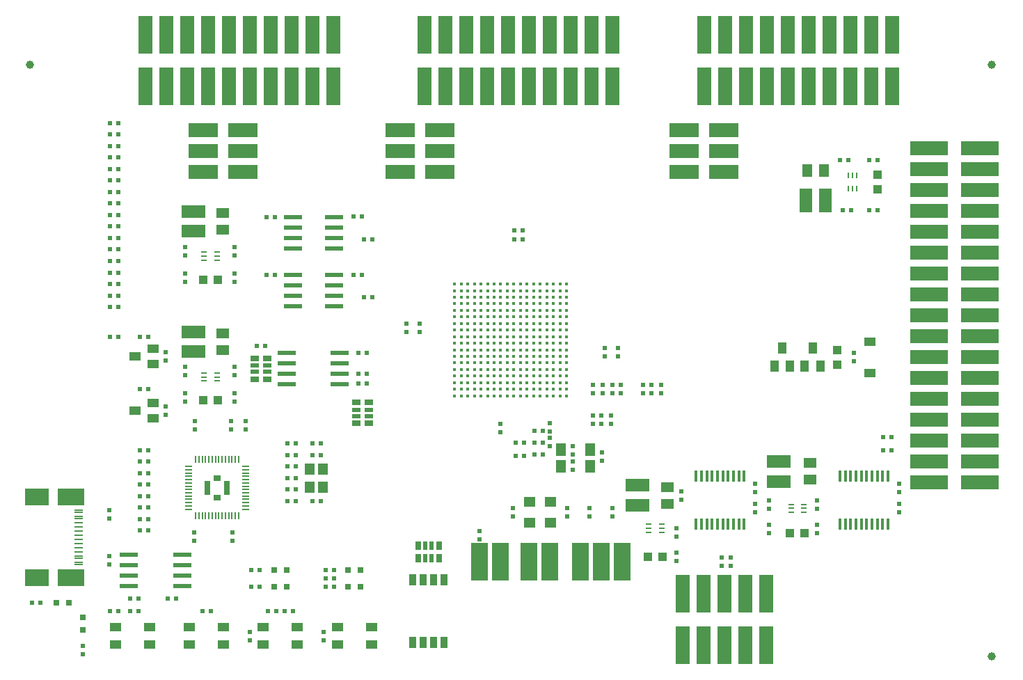
<source format=gbr>
%TF.GenerationSoftware,KiCad,Pcbnew,7.0.11-7.0.11~ubuntu22.04.1*%
%TF.CreationDate,2024-03-11T16:24:11+02:00*%
%TF.ProjectId,GateMateA1-EVB_Rev_B,47617465-4d61-4746-9541-312d4556425f,B*%
%TF.SameCoordinates,PX5f5e100PY7bfa480*%
%TF.FileFunction,Paste,Top*%
%TF.FilePolarity,Positive*%
%FSLAX46Y46*%
G04 Gerber Fmt 4.6, Leading zero omitted, Abs format (unit mm)*
G04 Created by KiCad (PCBNEW 7.0.11-7.0.11~ubuntu22.04.1) date 2024-03-11 16:24:11*
%MOMM*%
%LPD*%
G01*
G04 APERTURE LIST*
G04 Aperture macros list*
%AMOutline4P*
0 Free polygon, 4 corners , with rotation*
0 The origin of the aperture is its center*
0 number of corners: always 4*
0 $1 to $8 corner X, Y*
0 $9 Rotation angle, in degrees counterclockwise*
0 create outline with 4 corners*
4,1,4,$1,$2,$3,$4,$5,$6,$7,$8,$1,$2,$9*%
G04 Aperture macros list end*
%ADD10R,0.500000X0.550000*%
%ADD11R,0.550000X0.500000*%
%ADD12R,3.556000X1.778000*%
%ADD13R,3.000000X1.600000*%
%ADD14R,3.200000X2.100000*%
%ADD15R,3.000000X2.100000*%
%ADD16R,2.200000X1.100000*%
%ADD17R,2.000000X1.100000*%
%ADD18R,1.130000X0.280000*%
%ADD19R,1.130000X0.230000*%
%ADD20R,4.550000X1.700000*%
%ADD21R,1.700000X4.550000*%
%ADD22R,2.200000X0.600000*%
%ADD23R,0.960000X1.470000*%
%ADD24R,0.750000X0.230000*%
%ADD25R,1.016000X1.016000*%
%ADD26C,1.000000*%
%ADD27R,1.524000X1.270000*%
%ADD28R,1.400000X1.000000*%
%ADD29R,0.800000X0.800000*%
%ADD30Outline4P,-0.850000X-2.275000X0.850000X-2.275000X0.850000X2.275000X-0.850000X2.275000X180.000000*%
%ADD31R,1.016000X0.762000*%
%ADD32R,1.016000X0.508000*%
%ADD33R,2.032000X4.572000*%
%ADD34R,1.270000X1.524000*%
%ADD35R,0.762000X1.016000*%
%ADD36R,0.508000X1.016000*%
%ADD37R,0.886000X0.211000*%
%ADD38R,0.211000X0.886000*%
%ADD39R,0.800000X1.700000*%
%ADD40R,0.949200X0.800000*%
%ADD41R,0.230000X0.750000*%
%ADD42R,0.420000X0.420000*%
%ADD43R,0.350000X1.400000*%
%ADD44R,1.200000X1.400000*%
%ADD45R,1.000000X1.400000*%
%ADD46R,1.600000X3.000000*%
%ADD47R,1.400000X1.200000*%
G04 APERTURE END LIST*
D10*
X11292000Y7000000D03*
X12308000Y7000000D03*
X77100000Y34500000D03*
X76084000Y34500000D03*
D11*
X26200000Y16608000D03*
X26200000Y15592000D03*
D12*
X27413000Y65540000D03*
X22587000Y65540000D03*
X27413000Y63000000D03*
X22587000Y63000000D03*
X27413000Y60460000D03*
X22587000Y60460000D03*
D13*
X92600000Y22800000D03*
X92600000Y25200000D03*
D14*
X6530000Y11072400D03*
X6530000Y20927600D03*
D15*
X2350000Y11072400D03*
X2350000Y20927600D03*
D16*
X6530000Y11072400D03*
X6530000Y20927600D03*
D17*
X2350000Y11072400D03*
X2350000Y20927600D03*
D18*
X7432000Y19325000D03*
X7432000Y18525000D03*
D19*
X7432000Y17250000D03*
X7432000Y16250000D03*
X7432000Y15750000D03*
X7432000Y14750000D03*
D18*
X7432000Y13475000D03*
X7432000Y12675000D03*
X7432000Y12925000D03*
X7432000Y13725000D03*
D19*
X7432000Y14250000D03*
X7432000Y15250000D03*
X7432000Y16750000D03*
X7432000Y17750000D03*
D18*
X7432000Y18275000D03*
X7432000Y19075000D03*
D20*
X117125000Y63320000D03*
X110875000Y63320000D03*
X117125000Y60780000D03*
X110875000Y60780000D03*
X117125000Y58240000D03*
X110875000Y58240000D03*
X117125000Y55700000D03*
X110875000Y55700000D03*
X117125000Y53160000D03*
X110875000Y53160000D03*
X117125000Y50620000D03*
X110875000Y50620000D03*
X117125000Y48080000D03*
X110875000Y48080000D03*
X117125000Y45540000D03*
X110875000Y45540000D03*
X117125000Y43000000D03*
X110875000Y43000000D03*
X117125000Y40460000D03*
X110875000Y40460000D03*
X117125000Y37920000D03*
X110875000Y37920000D03*
X117125000Y35380000D03*
X110875000Y35380000D03*
X117125000Y32840000D03*
X110875000Y32840000D03*
X117125000Y30300000D03*
X110875000Y30300000D03*
X117125000Y27760000D03*
X110875000Y27760000D03*
X117125000Y25220000D03*
X110875000Y25220000D03*
X117125000Y22680000D03*
X110875000Y22680000D03*
D21*
X15570000Y77125000D03*
X15570000Y70875000D03*
X18110000Y77125000D03*
X18110000Y70875000D03*
X20650000Y77125000D03*
X20650000Y70875000D03*
X23190000Y77125000D03*
X23190000Y70875000D03*
X25730000Y77125000D03*
X25730000Y70875000D03*
X28270000Y77125000D03*
X28270000Y70875000D03*
X30810000Y77125000D03*
X30810000Y70875000D03*
X33350000Y77125000D03*
X33350000Y70875000D03*
X35890000Y77125000D03*
X35890000Y70875000D03*
X38430000Y77125000D03*
X38430000Y70875000D03*
X83570000Y77125000D03*
X83570000Y70875000D03*
X86110000Y77125000D03*
X86110000Y70875000D03*
X88650000Y77125000D03*
X88650000Y70875000D03*
X91190000Y77125000D03*
X91190000Y70875000D03*
X93730000Y77125000D03*
X93730000Y70875000D03*
X96270000Y77125000D03*
X96270000Y70875000D03*
X98810000Y77125000D03*
X98810000Y70875000D03*
X101350000Y77125000D03*
X101350000Y70875000D03*
X103890000Y77125000D03*
X103890000Y70875000D03*
X106430000Y77125000D03*
X106430000Y70875000D03*
D22*
X20035000Y10095000D03*
X20035000Y11365000D03*
X20035000Y12635000D03*
X20035000Y13905000D03*
X13565000Y13905000D03*
X13565000Y12635000D03*
X13565000Y11365000D03*
X13565000Y10095000D03*
D10*
X41908000Y55000000D03*
X40892000Y55000000D03*
D23*
X48095000Y10810000D03*
X48095000Y3190000D03*
X49365000Y10810000D03*
X49365000Y3190000D03*
X50635000Y10810000D03*
X50635000Y3190000D03*
X51905000Y10810000D03*
X51905000Y3190000D03*
D10*
X62892000Y28900000D03*
X63908000Y28900000D03*
D24*
X95675000Y19000000D03*
X95675000Y19500000D03*
X95675000Y20000000D03*
X94125000Y19000000D03*
X94125000Y19500000D03*
X94125000Y20000000D03*
D10*
X37492000Y11000000D03*
X38508000Y11000000D03*
D22*
X33500000Y54905000D03*
X33500000Y53635000D03*
X33500000Y52365000D03*
X33500000Y51095000D03*
X38500000Y51095000D03*
X38500000Y52365000D03*
X38500000Y53635000D03*
X38500000Y54905000D03*
D10*
X11292000Y44000000D03*
X12308000Y44000000D03*
X103600000Y61900000D03*
X104616000Y61900000D03*
D11*
X101750000Y37392000D03*
X101750000Y38408000D03*
X86800000Y13508000D03*
X86800000Y12492000D03*
X60300001Y18492000D03*
X60300001Y19508000D03*
D10*
X77100000Y33500000D03*
X76084000Y33500000D03*
X15908000Y23800000D03*
X14892000Y23800000D03*
D11*
X91400000Y19492000D03*
X91400000Y20508000D03*
D10*
X71008000Y30800000D03*
X69992000Y30800000D03*
D11*
X18000000Y37492001D03*
X18000000Y38508001D03*
D25*
X99750000Y38788999D03*
X99750000Y37010999D03*
D10*
X14892000Y21000000D03*
X15908000Y21000000D03*
D11*
X70000000Y33492000D03*
X70000000Y34508000D03*
D25*
X22600000Y47300000D03*
X24378000Y47300000D03*
D26*
X118500000Y1500000D03*
D11*
X91400000Y17508000D03*
X91400000Y16492000D03*
D10*
X15908000Y34000000D03*
X14892000Y34000000D03*
D11*
X85700000Y13508000D03*
X85700000Y12492000D03*
X26400000Y50292000D03*
X26400000Y51308000D03*
D10*
X12308000Y40400000D03*
X11292000Y40400000D03*
D11*
X71500000Y39008000D03*
X71500000Y37992000D03*
D10*
X2758000Y8000000D03*
X1742000Y8000000D03*
X38508000Y10000000D03*
X37492000Y10000000D03*
D27*
X79100000Y22116000D03*
X79100000Y20084000D03*
D10*
X41492000Y35900000D03*
X42508000Y35900000D03*
D28*
X103750000Y35999999D03*
X103750000Y39799999D03*
D11*
X28250000Y4508000D03*
X28250000Y3492000D03*
X37250000Y3492000D03*
X37250000Y4508000D03*
X80800000Y20592000D03*
X80800000Y21608000D03*
D10*
X29508000Y10000000D03*
X28492000Y10000000D03*
X11292000Y55200000D03*
X12308000Y55200000D03*
X12308000Y58000000D03*
X11292000Y58000000D03*
D29*
X4738000Y8000000D03*
X6262000Y8000000D03*
D11*
X97300000Y17508000D03*
X97300000Y16492000D03*
X78300000Y34508000D03*
X78300000Y33492000D03*
D26*
X118500000Y73500000D03*
D10*
X15908000Y16800000D03*
X14892000Y16800000D03*
D22*
X33500000Y47905000D03*
X33500000Y46635000D03*
X33500000Y45365000D03*
X33500000Y44095000D03*
X38500000Y44095000D03*
X38500000Y45365000D03*
X38500000Y46635000D03*
X38500000Y47905000D03*
D10*
X36908000Y20400000D03*
X35892000Y20400000D03*
D25*
X76711000Y13600000D03*
X78489000Y13600000D03*
D10*
X11292000Y45400000D03*
X12308000Y45400000D03*
D26*
X1500000Y73500000D03*
D10*
X35892000Y26000000D03*
X36908000Y26000000D03*
X12308001Y53800000D03*
X11292001Y53800000D03*
X11292001Y62200000D03*
X12308001Y62200000D03*
D29*
X31238000Y10000000D03*
X32762000Y10000000D03*
D11*
X107250000Y22508000D03*
X107250000Y21492000D03*
D27*
X96400000Y25016000D03*
X96400000Y22984000D03*
D11*
X64800000Y27092000D03*
X64800000Y28108000D03*
D10*
X62892000Y27500000D03*
X63908000Y27500000D03*
D11*
X72200000Y30808000D03*
X72200000Y29792000D03*
D10*
X62892000Y26100000D03*
X63908000Y26100000D03*
X35892000Y27393800D03*
X36908000Y27393800D03*
X29508000Y12000000D03*
X28492000Y12000000D03*
D25*
X94011000Y16500000D03*
X95789000Y16500000D03*
D11*
X20400000Y50292000D03*
X20400000Y51308000D03*
D10*
X11292000Y51000000D03*
X12308000Y51000000D03*
D30*
X91080000Y2875000D03*
X91080000Y9125000D03*
X88540000Y2875000D03*
X88540000Y9125000D03*
X86000000Y2875000D03*
X86000000Y9125000D03*
X83460000Y2875000D03*
X83460000Y9125000D03*
X80920000Y2875000D03*
X80920000Y9125000D03*
D11*
X80150000Y16092000D03*
X80150000Y17108000D03*
D10*
X61508000Y52200000D03*
X60492000Y52200000D03*
D11*
X21500000Y16608000D03*
X21500000Y15592000D03*
D10*
X11292000Y63600000D03*
X12308000Y63600000D03*
D31*
X42762000Y29830000D03*
X41238000Y29830000D03*
D32*
X42762000Y30719000D03*
X41238000Y30719000D03*
X42762000Y31481000D03*
X41238000Y31481000D03*
D31*
X42762000Y32370000D03*
X41238000Y32370000D03*
D13*
X21400000Y53200000D03*
X21400000Y55600000D03*
D28*
X38925000Y5075000D03*
X38925000Y2925000D03*
X43075000Y5075000D03*
X43075000Y2925000D03*
D10*
X106308000Y28200000D03*
X105292000Y28200000D03*
D33*
X64770000Y13000000D03*
X62230000Y13000000D03*
D11*
X58800000Y29808000D03*
X58800000Y28792000D03*
D28*
X29925000Y5075000D03*
X29925000Y2925000D03*
X34075000Y5075000D03*
X34075000Y2925000D03*
D31*
X30362000Y35230000D03*
X28838000Y35230000D03*
D32*
X30362000Y36119000D03*
X28838000Y36119000D03*
X30362000Y36881000D03*
X28838000Y36881000D03*
D31*
X30362000Y37770000D03*
X28838000Y37770000D03*
D11*
X71200000Y33492000D03*
X71200000Y34508000D03*
D34*
X96084000Y60600000D03*
X98116000Y60600000D03*
D11*
X89750000Y18992000D03*
X89750000Y20008000D03*
X69600000Y18492000D03*
X69600000Y19508000D03*
X56200000Y16708000D03*
X56200000Y15692000D03*
X26400000Y35692000D03*
X26400000Y36708000D03*
D10*
X41492000Y34700000D03*
X42508000Y34700000D03*
X32892000Y24600000D03*
X33908000Y24600000D03*
D34*
X66100000Y24584000D03*
X66100000Y26616000D03*
D35*
X48730000Y13428000D03*
X48730000Y14952000D03*
D36*
X49619000Y13428000D03*
X49619000Y14952000D03*
X50381000Y13428000D03*
X50381000Y14952000D03*
D35*
X51270000Y13428000D03*
X51270000Y14952000D03*
D22*
X32765000Y38405000D03*
X32765000Y37135000D03*
X32765000Y35865000D03*
X32765000Y34595000D03*
X39235000Y34595000D03*
X39235000Y35865000D03*
X39235000Y37135000D03*
X39235000Y38405000D03*
D11*
X20400000Y35692000D03*
X20400000Y36708000D03*
D13*
X21400000Y38600000D03*
X21400000Y41000000D03*
D10*
X11292000Y48200000D03*
X12308000Y48200000D03*
X105292000Y26600000D03*
X106308000Y26600000D03*
X11292001Y59400000D03*
X12308001Y59400000D03*
X32892000Y21800000D03*
X33908000Y21800000D03*
D37*
X20862500Y24606200D03*
X20862500Y24206200D03*
X20862500Y23806200D03*
X20862500Y23406200D03*
X20862500Y23006200D03*
X20862500Y22606200D03*
X20862500Y22206200D03*
X20862500Y21806200D03*
X20862500Y21406200D03*
X20862500Y21006200D03*
X20862500Y20606200D03*
X20862500Y20206200D03*
X20862500Y19806200D03*
X20862500Y19406200D03*
D38*
X21700000Y25443700D03*
X21700000Y18568700D03*
X22100000Y25443700D03*
X22100000Y18568700D03*
X22500000Y25443700D03*
X22500000Y18568700D03*
X22900000Y25443700D03*
X22900000Y18568700D03*
D39*
X23106200Y22006200D03*
D38*
X23300000Y25443700D03*
X23300000Y18568700D03*
X23700000Y25443700D03*
X23700000Y18568700D03*
X24100000Y25443700D03*
X24100000Y18568700D03*
D40*
X24300000Y23200000D03*
X24300000Y20812400D03*
D38*
X24500000Y25443700D03*
X24500000Y18568700D03*
X24900000Y25443700D03*
X24900000Y18568700D03*
X25300000Y25443700D03*
X25300000Y18568700D03*
D39*
X25493800Y22006200D03*
D38*
X25700000Y25443700D03*
X25700000Y18568700D03*
X26100000Y25443700D03*
X26100000Y18568700D03*
X26500000Y25443700D03*
X26500000Y18568700D03*
X26900000Y25443700D03*
X26900000Y18568700D03*
D37*
X27737500Y24606200D03*
X27737500Y24206200D03*
X27737500Y23806200D03*
X27737500Y23406200D03*
X27737500Y23006200D03*
X27737500Y22606200D03*
X27737500Y22206200D03*
X27737500Y21806200D03*
X27737500Y21406200D03*
X27737500Y21006200D03*
X27737500Y20606200D03*
X27737500Y20206200D03*
X27737500Y19806200D03*
X27737500Y19406200D03*
D10*
X60592000Y25900000D03*
X61608000Y25900000D03*
D28*
X11925000Y5075000D03*
X11925000Y2925000D03*
X16075000Y5075000D03*
X16075000Y2925000D03*
D10*
X60592000Y27500000D03*
X61608000Y27500000D03*
X30292000Y47900000D03*
X31308000Y47900000D03*
D24*
X24275000Y49700000D03*
X24275000Y50200000D03*
X24275000Y50700000D03*
X22725000Y49700000D03*
X22725000Y50200000D03*
X22725000Y50700000D03*
D10*
X13692000Y7000000D03*
X14708000Y7000000D03*
D11*
X66899999Y18492000D03*
X66899999Y19508000D03*
D41*
X102108000Y59975000D03*
X101608000Y59975000D03*
X101108000Y59975000D03*
X102108000Y58425000D03*
X101608000Y58425000D03*
X101108000Y58425000D03*
D11*
X97300000Y19492000D03*
X97300000Y20508000D03*
D42*
X66800000Y46800000D03*
X66000000Y46800000D03*
X65200000Y46800000D03*
X64400000Y46800000D03*
X63600000Y46800000D03*
X62800000Y46800000D03*
X62000000Y46800000D03*
X61200000Y46800000D03*
X60400000Y46800000D03*
X59600000Y46800000D03*
X58800000Y46800000D03*
X58000000Y46800000D03*
X57200000Y46800000D03*
X56400000Y46800000D03*
X55600000Y46800000D03*
X54800000Y46800000D03*
X54000000Y46800000D03*
X53200000Y46800000D03*
X66800000Y46000000D03*
X66000000Y46000000D03*
X65200000Y46000000D03*
X64400000Y46000000D03*
X63600000Y46000000D03*
X62800000Y46000000D03*
X62000000Y46000000D03*
X61200000Y46000000D03*
X60400000Y46000000D03*
X59600000Y46000000D03*
X58800000Y46000000D03*
X58000000Y46000000D03*
X57200000Y46000000D03*
X56400000Y46000000D03*
X55600000Y46000000D03*
X54800000Y46000000D03*
X54000000Y46000000D03*
X53200000Y46000000D03*
X66800000Y45200000D03*
X66000000Y45200000D03*
X65200000Y45200000D03*
X64400000Y45200000D03*
X63600000Y45200000D03*
X62800000Y45200000D03*
X62000000Y45200000D03*
X61200000Y45200000D03*
X60400000Y45200000D03*
X59600000Y45200000D03*
X58800000Y45200000D03*
X58000000Y45200000D03*
X57200000Y45200000D03*
X56400000Y45200000D03*
X55600000Y45200000D03*
X54800000Y45200000D03*
X54000000Y45200000D03*
X53200000Y45200000D03*
X66800000Y44400000D03*
X66000000Y44400000D03*
X65200000Y44400000D03*
X64400000Y44400000D03*
X63600000Y44400000D03*
X62800000Y44400000D03*
X62000000Y44400000D03*
X61200000Y44400000D03*
X60400000Y44400000D03*
X59600000Y44400000D03*
X58800000Y44400000D03*
X58000000Y44400000D03*
X57200000Y44400000D03*
X56400000Y44400000D03*
X55600000Y44400000D03*
X54800000Y44400000D03*
X54000000Y44400000D03*
X53200000Y44400000D03*
X66800000Y43600000D03*
X66000000Y43600000D03*
X65200000Y43600000D03*
X64400000Y43600000D03*
X63600000Y43600000D03*
X62800000Y43600000D03*
X62000000Y43600000D03*
X61200000Y43600000D03*
X60400000Y43600000D03*
X59600000Y43600000D03*
X58800000Y43600000D03*
X58000000Y43600000D03*
X57200000Y43600000D03*
X56400000Y43600000D03*
X55600000Y43600000D03*
X54800000Y43600000D03*
X54000000Y43600000D03*
X53200000Y43600000D03*
X66800000Y42800000D03*
X66000000Y42800000D03*
X65200000Y42800000D03*
X64400000Y42800000D03*
X63600000Y42800000D03*
X62800000Y42800000D03*
X62000000Y42800000D03*
X61200000Y42800000D03*
X60400000Y42800000D03*
X59600000Y42800000D03*
X58800000Y42800000D03*
X58000000Y42800000D03*
X57200000Y42800000D03*
X56400000Y42800000D03*
X55600000Y42800000D03*
X54800000Y42800000D03*
X54000000Y42800000D03*
X53200000Y42800000D03*
X66800000Y42000000D03*
X66000000Y42000000D03*
X65200000Y42000000D03*
X64400000Y42000000D03*
X63600000Y42000000D03*
X62800000Y42000000D03*
X62000000Y42000000D03*
X61200000Y42000000D03*
X60400000Y42000000D03*
X59600000Y42000000D03*
X58800000Y42000000D03*
X58000000Y42000000D03*
X57200000Y42000000D03*
X56400000Y42000000D03*
X55600000Y42000000D03*
X54800000Y42000000D03*
X54000000Y42000000D03*
X53200000Y42000000D03*
X66800000Y41200000D03*
X66000000Y41200000D03*
X65200000Y41200000D03*
X64400000Y41200000D03*
X63600000Y41200000D03*
X62800000Y41200000D03*
X62000000Y41200000D03*
X61200000Y41200000D03*
X60400000Y41200000D03*
X59600000Y41200000D03*
X58800000Y41200000D03*
X58000000Y41200000D03*
X57200000Y41200000D03*
X56400000Y41200000D03*
X55600000Y41200000D03*
X54800000Y41200000D03*
X54000000Y41200000D03*
X53200000Y41200000D03*
X66800000Y40400000D03*
X66000000Y40400000D03*
X65200000Y40400000D03*
X64400000Y40400000D03*
X63600000Y40400000D03*
X62800000Y40400000D03*
X62000000Y40400000D03*
X61200000Y40400000D03*
X60400000Y40400000D03*
X59600000Y40400000D03*
X58800000Y40400000D03*
X58000000Y40400000D03*
X57200000Y40400000D03*
X56400000Y40400000D03*
X55600000Y40400000D03*
X54800000Y40400000D03*
X54000000Y40400000D03*
X53200000Y40400000D03*
X66800000Y39600000D03*
X66000000Y39600000D03*
X65200000Y39600000D03*
X64400000Y39600000D03*
X63600000Y39600000D03*
X62800000Y39600000D03*
X62000000Y39600000D03*
X61200000Y39600000D03*
X60400000Y39600000D03*
X59600000Y39600000D03*
X58800000Y39600000D03*
X58000000Y39600000D03*
X57200000Y39600000D03*
X56400000Y39600000D03*
X55600000Y39600000D03*
X54800000Y39600000D03*
X54000000Y39600000D03*
X53200000Y39600000D03*
X66800000Y38800000D03*
X66000000Y38800000D03*
X65200000Y38800000D03*
X64400000Y38800000D03*
X63600000Y38800000D03*
X62800000Y38800000D03*
X62000000Y38800000D03*
X61200000Y38800000D03*
X60400000Y38800000D03*
X59600000Y38800000D03*
X58800000Y38800000D03*
X58000000Y38800000D03*
X57200000Y38800000D03*
X56400000Y38800000D03*
X55600000Y38800000D03*
X54800000Y38800000D03*
X54000000Y38800000D03*
X53200000Y38800000D03*
X66800000Y38000000D03*
X66000000Y38000000D03*
X65200000Y38000000D03*
X64400000Y38000000D03*
X63600000Y38000000D03*
X62800000Y38000000D03*
X62000000Y38000000D03*
X61200000Y38000000D03*
X60400000Y38000000D03*
X59600000Y38000000D03*
X58800000Y38000000D03*
X58000000Y38000000D03*
X57200000Y38000000D03*
X56400000Y38000000D03*
X55600000Y38000000D03*
X54800000Y38000000D03*
X54000000Y38000000D03*
X53200000Y38000000D03*
X66800000Y37200000D03*
X66000000Y37200000D03*
X65200000Y37200000D03*
X64400000Y37200000D03*
X63600000Y37200000D03*
X62800000Y37200000D03*
X62000000Y37200000D03*
X61200000Y37200000D03*
X60400000Y37200000D03*
X59600000Y37200000D03*
X58800000Y37200000D03*
X58000000Y37200000D03*
X57200000Y37200000D03*
X56400000Y37200000D03*
X55600000Y37200000D03*
X54800000Y37200000D03*
X54000000Y37200000D03*
X53200000Y37200000D03*
X66800000Y36400000D03*
X66000000Y36400000D03*
X65200000Y36400000D03*
X64400000Y36400000D03*
X63600000Y36400000D03*
X62800000Y36400000D03*
X62000000Y36400000D03*
X61200000Y36400000D03*
X60400000Y36400000D03*
X59600000Y36400000D03*
X58800000Y36400000D03*
X58000000Y36400000D03*
X57200000Y36400000D03*
X56400000Y36400000D03*
X55600000Y36400000D03*
X54800000Y36400000D03*
X54000000Y36400000D03*
X53200000Y36400000D03*
X66800000Y35600000D03*
X66000000Y35600000D03*
X65200000Y35600000D03*
X64400000Y35600000D03*
X63600000Y35600000D03*
X62800000Y35600000D03*
X62000000Y35600000D03*
X61200000Y35600000D03*
X60400000Y35600000D03*
X59600000Y35600000D03*
X58800000Y35600000D03*
X58000000Y35600000D03*
X57200000Y35600000D03*
X56400000Y35600000D03*
X55600000Y35600000D03*
X54800000Y35600000D03*
X54000000Y35600000D03*
X53200000Y35600000D03*
X66800000Y34800000D03*
X66000000Y34800000D03*
X65200000Y34800000D03*
X64400000Y34800000D03*
X63600000Y34800000D03*
X62800000Y34800000D03*
X62000000Y34800000D03*
X61200000Y34800000D03*
X60400000Y34800000D03*
X59600000Y34800000D03*
X58800000Y34800000D03*
X58000000Y34800000D03*
X57200000Y34800000D03*
X56400000Y34800000D03*
X55600000Y34800000D03*
X54800000Y34800000D03*
X54000000Y34800000D03*
X53200000Y34800000D03*
X66800000Y34000000D03*
X66000000Y34000000D03*
X65200000Y34000000D03*
X64400000Y34000000D03*
X63600000Y34000000D03*
X62800000Y34000000D03*
X62000000Y34000000D03*
X61200000Y34000000D03*
X60400000Y34000000D03*
X59600000Y34000000D03*
X58800000Y34000000D03*
X58000000Y34000000D03*
X57200000Y34000000D03*
X56400000Y34000000D03*
X55600000Y34000000D03*
X54800000Y34000000D03*
X54000000Y34000000D03*
X53200000Y34000000D03*
X66800000Y33200000D03*
X66000000Y33200000D03*
X65200000Y33200000D03*
X64400000Y33200000D03*
X63600000Y33200000D03*
X62800000Y33200000D03*
X62000000Y33200000D03*
X61200000Y33200000D03*
X60400000Y33200000D03*
X59600000Y33200000D03*
X58800000Y33200000D03*
X58000000Y33200000D03*
X57200000Y33200000D03*
X56400000Y33200000D03*
X55600000Y33200000D03*
X54800000Y33200000D03*
X54000000Y33200000D03*
X53200000Y33200000D03*
D11*
X11200000Y12692000D03*
X11200000Y13708000D03*
D10*
X12308001Y65000000D03*
X11292001Y65000000D03*
D21*
X49570000Y77125000D03*
X49570000Y70875000D03*
X52110000Y77125000D03*
X52110000Y70875000D03*
X54650000Y77125000D03*
X54650000Y70875000D03*
X57190000Y77125000D03*
X57190000Y70875000D03*
X59730000Y77125000D03*
X59730000Y70875000D03*
X62270000Y77125000D03*
X62270000Y70875000D03*
X64810000Y77125000D03*
X64810000Y70875000D03*
X67350000Y77125000D03*
X67350000Y70875000D03*
X69890000Y77125000D03*
X69890000Y70875000D03*
X72430000Y77125000D03*
X72430000Y70875000D03*
D11*
X26400000Y48108000D03*
X26400000Y47092000D03*
D43*
X88425000Y23400000D03*
X87775000Y23400000D03*
X87125000Y23400000D03*
X86475000Y23400000D03*
X85825000Y23400000D03*
X85175000Y23400000D03*
X84525000Y23400000D03*
X83875000Y23400000D03*
X83225000Y23400000D03*
X82575000Y23400000D03*
X82575000Y17600000D03*
X83225000Y17600000D03*
X83875000Y17600000D03*
X84525000Y17600000D03*
X85175000Y17600000D03*
X85825000Y17600000D03*
X86475000Y17600000D03*
X87125000Y17600000D03*
X87775000Y17600000D03*
X88425000Y17600000D03*
D29*
X40238000Y12000000D03*
X41762000Y12000000D03*
D11*
X20400000Y48108000D03*
X20400000Y47092000D03*
D33*
X58770000Y13000000D03*
X56230000Y13000000D03*
D11*
X64800000Y28892000D03*
X64800000Y29908000D03*
D24*
X78375000Y16600000D03*
X78375000Y17100000D03*
X78375000Y17600000D03*
X76825000Y16600000D03*
X76825000Y17100000D03*
X76825000Y17600000D03*
D11*
X67600000Y24192000D03*
X67600000Y25208000D03*
D10*
X12308000Y66400000D03*
X11292000Y66400000D03*
D11*
X48900000Y40992000D03*
X48900000Y42008000D03*
D10*
X22492000Y7000000D03*
X23508000Y7000000D03*
D44*
X35600000Y24300000D03*
X37200000Y22100000D03*
X37200000Y24300000D03*
X35600000Y22100000D03*
D10*
X33908000Y20400000D03*
X32892000Y20400000D03*
X30108000Y39300000D03*
X29092000Y39300000D03*
D33*
X73540000Y13000000D03*
X71000000Y13000000D03*
X68460000Y13000000D03*
D11*
X11200000Y19308000D03*
X11200000Y18292000D03*
D28*
X16507440Y30450040D03*
X16507440Y32352500D03*
X14297640Y31397460D03*
D29*
X31238000Y12000000D03*
X32762000Y12000000D03*
D11*
X71100000Y25292000D03*
X71100000Y26308000D03*
D10*
X103592000Y55800000D03*
X104608000Y55800000D03*
X61508000Y53300000D03*
X60492000Y53300000D03*
X15908000Y25200000D03*
X14892000Y25200000D03*
X38508000Y12000000D03*
X37492000Y12000000D03*
D25*
X104608000Y58311000D03*
X104608000Y60089000D03*
D10*
X41908000Y47900000D03*
X40892000Y47900000D03*
X11292000Y52400000D03*
X12308000Y52400000D03*
D27*
X25000000Y55416000D03*
X25000000Y53384000D03*
D10*
X11292000Y60800000D03*
X12308000Y60800000D03*
D12*
X51413000Y65540000D03*
X46587000Y65540000D03*
X51413000Y63000000D03*
X46587000Y63000000D03*
X51413000Y60460000D03*
X46587000Y60460000D03*
D11*
X80150000Y14108000D03*
X80150000Y13092000D03*
D10*
X101116000Y61900000D03*
X100100000Y61900000D03*
X15908000Y40400000D03*
X14892000Y40400000D03*
X33908000Y26000000D03*
X32892000Y26000000D03*
D11*
X107250000Y18992000D03*
X107250000Y20008000D03*
D28*
X16507440Y37050040D03*
X16507440Y38952500D03*
X14297640Y37997460D03*
D10*
X42192000Y52200000D03*
X43208000Y52200000D03*
X32892000Y23200000D03*
X33908000Y23200000D03*
X12308000Y49600000D03*
X11292000Y49600000D03*
X11292000Y46800000D03*
X12308000Y46800000D03*
X18292000Y8500000D03*
X19308000Y8500000D03*
X15908000Y19600000D03*
X14892000Y19600000D03*
D11*
X20400000Y33480000D03*
X20400000Y32464000D03*
D10*
X73408000Y34500000D03*
X72392000Y34500000D03*
X32492000Y7000000D03*
X33508000Y7000000D03*
D11*
X67600000Y26092000D03*
X67600000Y27108000D03*
D10*
X14892000Y22400000D03*
X15908000Y22400000D03*
D11*
X27800000Y29092000D03*
X27800000Y30108000D03*
D10*
X30492000Y7000000D03*
X31508000Y7000000D03*
D45*
X95800000Y36799999D03*
X97700000Y36799999D03*
X96750000Y38999999D03*
D28*
X20925000Y5075000D03*
X20925000Y2925000D03*
X25075000Y5075000D03*
X25075000Y2925000D03*
D25*
X22611000Y32700000D03*
X24389000Y32700000D03*
D11*
X8000000Y2758000D03*
X8000000Y1742000D03*
D10*
X15908000Y26600000D03*
X14892000Y26600000D03*
X15908000Y18200000D03*
X14892000Y18200000D03*
D24*
X24275000Y35000000D03*
X24275000Y35500000D03*
X24275000Y36000000D03*
X22725000Y35000000D03*
X22725000Y35500000D03*
X22725000Y36000000D03*
D29*
X8000000Y4738000D03*
X8000000Y6262000D03*
D10*
X33908000Y27393800D03*
X32892000Y27393800D03*
D11*
X21600000Y29098200D03*
X21600000Y30114200D03*
X18000000Y30892000D03*
X18000000Y31908000D03*
D10*
X11292000Y56600000D03*
X12308000Y56600000D03*
X30292000Y54900000D03*
X31308000Y54900000D03*
D34*
X69700000Y24584000D03*
X69700000Y26616000D03*
D13*
X75400000Y19900000D03*
X75400000Y22300000D03*
D10*
X71008000Y29800000D03*
X69992000Y29800000D03*
D27*
X25000000Y40816000D03*
X25000000Y38784000D03*
D43*
X105925000Y23400000D03*
X105275000Y23400000D03*
X104625000Y23400000D03*
X103975000Y23400000D03*
X103325000Y23400000D03*
X102675000Y23400000D03*
X102025000Y23400000D03*
X101375000Y23400000D03*
X100725000Y23400000D03*
X100075000Y23400000D03*
X100075000Y17600000D03*
X100725000Y17600000D03*
X101375000Y17600000D03*
X102025000Y17600000D03*
X102675000Y17600000D03*
X103325000Y17600000D03*
X103975000Y17600000D03*
X104625000Y17600000D03*
X105275000Y17600000D03*
X105925000Y17600000D03*
D11*
X89750000Y22508000D03*
X89750000Y21492000D03*
X47300000Y40992000D03*
X47300000Y42008000D03*
D46*
X98300000Y57000000D03*
X95900000Y57000000D03*
D10*
X73408000Y33500000D03*
X72392000Y33500000D03*
X13692000Y8500000D03*
X14708000Y8500000D03*
X42192000Y45200000D03*
X43208000Y45200000D03*
X42508000Y38400000D03*
X41492000Y38400000D03*
D11*
X26400000Y33480000D03*
X26400000Y32464000D03*
D47*
X62330000Y17730000D03*
X64870000Y17730000D03*
X64870000Y20270000D03*
X62330000Y20270000D03*
D11*
X26000000Y29098200D03*
X26000000Y30114200D03*
X73100000Y39008000D03*
X73100000Y37992000D03*
D12*
X85913000Y65540000D03*
X81087000Y65540000D03*
X85913000Y63000000D03*
X81087000Y63000000D03*
X85913000Y60460000D03*
X81087000Y60460000D03*
D10*
X101408000Y55800000D03*
X100392000Y55800000D03*
D11*
X72400000Y19508000D03*
X72400000Y18492000D03*
D45*
X92100000Y36800000D03*
X94000000Y36800000D03*
X93050000Y39000000D03*
D29*
X40238000Y10000000D03*
X41762000Y10000000D03*
M02*

</source>
